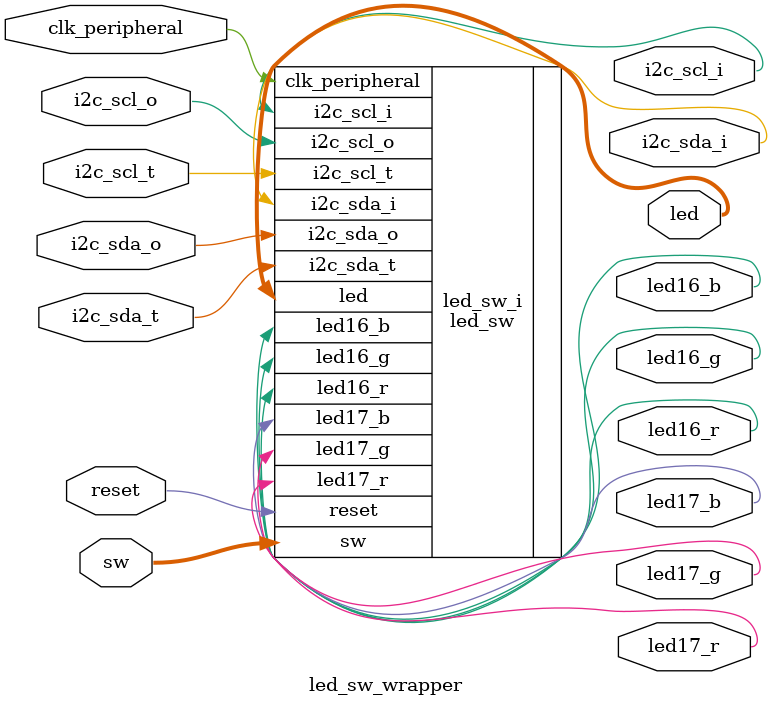
<source format=v>
`timescale 1 ps / 1 ps

module led_sw_wrapper
   (clk_peripheral,
    i2c_scl_i,
    i2c_scl_o,
    i2c_scl_t,
    i2c_sda_i,
    i2c_sda_o,
    i2c_sda_t,
    led,
    led16_b,
    led16_g,
    led16_r,
    led17_b,
    led17_g,
    led17_r,
    reset,
    sw);
  input clk_peripheral;
  output i2c_scl_i;
  input i2c_scl_o;
  input i2c_scl_t;
  output i2c_sda_i;
  input i2c_sda_o;
  input i2c_sda_t;
  output [15:0]led;
  output led16_b;
  output led16_g;
  output led16_r;
  output led17_b;
  output led17_g;
  output led17_r;
  input reset;
  input [15:0]sw;

  wire clk_peripheral;
  wire i2c_scl_i;
  wire i2c_scl_o;
  wire i2c_scl_t;
  wire i2c_sda_i;
  wire i2c_sda_o;
  wire i2c_sda_t;
  wire [15:0]led;
  wire led16_b;
  wire led16_g;
  wire led16_r;
  wire led17_b;
  wire led17_g;
  wire led17_r;
  wire reset;
  wire [15:0]sw;

  led_sw led_sw_i
       (.clk_peripheral(clk_peripheral),
        .i2c_scl_i(i2c_scl_i),
        .i2c_scl_o(i2c_scl_o),
        .i2c_scl_t(i2c_scl_t),
        .i2c_sda_i(i2c_sda_i),
        .i2c_sda_o(i2c_sda_o),
        .i2c_sda_t(i2c_sda_t),
        .led(led),
        .led16_b(led16_b),
        .led16_g(led16_g),
        .led16_r(led16_r),
        .led17_b(led17_b),
        .led17_g(led17_g),
        .led17_r(led17_r),
        .reset(reset),
        .sw(sw));
endmodule

</source>
